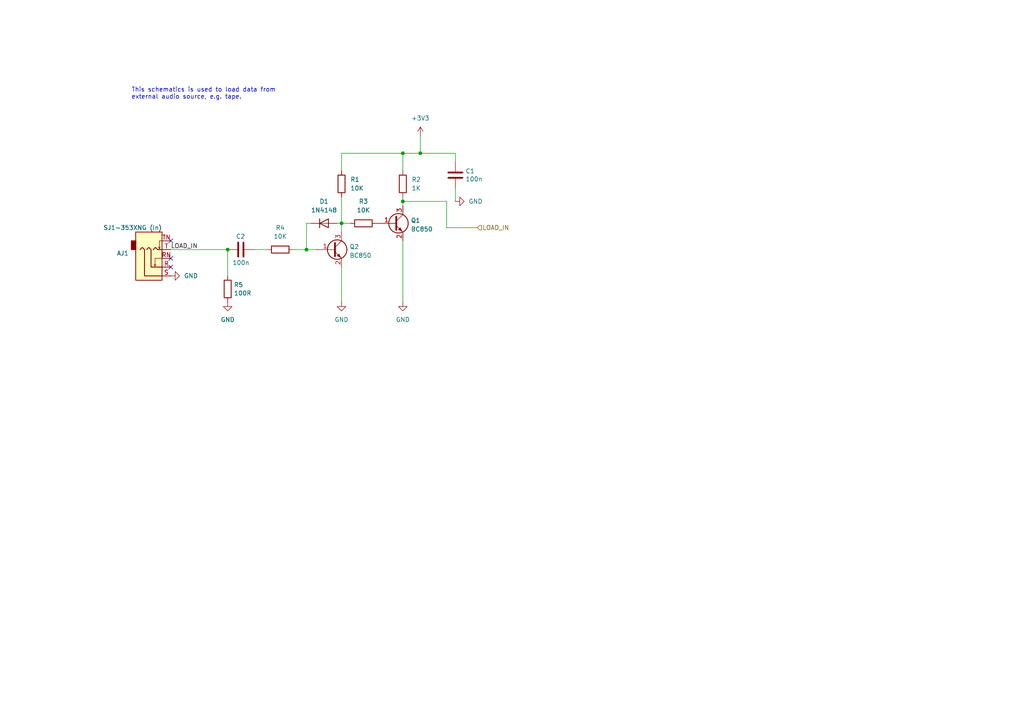
<source format=kicad_sch>
(kicad_sch (version 20231120) (generator "eeschema") (generator_version "8.0")
  (paper "A4")
  (title_block (title "TurboFRANK") (date "2025-01-28") (rev "1.0") (company "Mikhail Matveev") (comment 1 "https://github.com/xtremespb/frank"))
  (lib_symbols
    (symbol "Device:C" (pin_numbers hide) (pin_names (offset 0.254))
      (property "Reference" "C" (at 0.635 2.54 0))
      (property "Value" "C" (at 0.635 -2.54 0))
      (symbol "C_0_1"
        (polyline (pts (xy -2.032 -0.762) (xy 2.032 -0.762)) (stroke (width 0.508)))
        (polyline (pts (xy -2.032 0.762) (xy 2.032 0.762)) (stroke (width 0.508)))
      )
      (symbol "C_1_1"
        (pin passive line (at 0 3.81 270) (length 2.794) (name "~") (number "1"))
        (pin passive line (at 0 -3.81 90) (length 2.794) (name "~") (number "2"))
      )
    )
    (symbol "Device:D" (pin_numbers hide) (pin_names (offset 1.016) hide)
      (property "Reference" "D" (at 0 2.54 0))
      (property "Value" "D" (at 0 -2.54 0))
      (symbol "D_0_1"
        (polyline (pts (xy -1.27 1.27) (xy -1.27 -1.27)) (stroke (width 0.254)))
        (polyline (pts (xy 1.27 0) (xy -1.27 0)))
        (polyline (pts (xy 1.27 1.27) (xy 1.27 -1.27) (xy -1.27 0) (xy 1.27 1.27)) (stroke (width 0.254)))
      )
      (symbol "D_1_1"
        (pin passive line (at -3.81 0 0) (length 2.54) (name "K") (number "1"))
        (pin passive line (at 3.81 0 180) (length 2.54) (name "A") (number "2"))
      )
    )
    (symbol "Device:R" (pin_numbers hide) (pin_names (offset 0))
      (property "Reference" "R" (at 2.032 0 90))
      (property "Value" "R" (at 0 0 90))
      (symbol "R_0_1"
        (rectangle (start -1.016 -2.54) (end 1.016 2.54) (stroke (width 0.254)))
      )
      (symbol "R_1_1"
        (pin passive line (at 0 3.81 270) (length 1.27) (name "~") (number "1"))
        (pin passive line (at 0 -3.81 90) (length 1.27) (name "~") (number "2"))
      )
    )
    (symbol "FRANK:AudioJack_3.5mm"
      (property "Reference" "AJ2" (at -7.1119 -4.0097 0))
      (symbol "AudioJack_3.5mm_0_1"
        (rectangle (start -5.08 -5.08) (end -6.35 -7.62) (stroke (width 0.254)) (fill (type outline)))
        (polyline (pts (xy 0.508 -0.254) (xy 0.762 -0.762)))
        (polyline (pts (xy 1.778 -5.334) (xy 2.032 -5.842)))
        (polyline (pts (xy 0 -5.08) (xy 0.635 -5.715) (xy 1.27 -5.08) (xy 2.54 -5.08)) (stroke (width 0.254)))
        (polyline (pts (xy 2.54 -7.62) (xy 1.778 -7.62) (xy 1.778 -5.334) (xy 1.524 -5.842)))
        (polyline (pts (xy 2.54 -2.54) (xy 0.508 -2.54) (xy 0.508 -0.254) (xy 0.254 -0.762)))
        (polyline (pts (xy -1.905 -5.08) (xy -1.27 -5.715) (xy -0.635 -5.08) (xy -0.635 0) (xy 2.54 0)) (stroke (width 0.254)))
        (polyline (pts (xy 2.54 2.54) (xy -2.54 2.54) (xy -2.54 -5.08) (xy -3.175 -5.715) (xy -3.81 -5.08)) (stroke (width 0.254)))
        (rectangle (start 2.54 3.81) (end -5.08 -10.16) (stroke (width 0.254)) (fill (type background)))
      )
      (symbol "AudioJack_3.5mm_1_1"
        (pin passive line (at 5.08 0 180) (length 2.54) (name "~") (number "R"))
        (pin passive line (at 5.08 -2.54 180) (length 2.54) (name "~") (number "RN"))
        (pin passive line (at 5.08 2.54 180) (length 2.54) (name "~") (number "S"))
        (pin passive line (at 5.08 -5.08 180) (length 2.54) (name "~") (number "T"))
        (pin passive line (at 5.08 -7.62 180) (length 2.54) (name "~") (number "TN"))
      )
    )
    (symbol "GND_1" (power) (pin_numbers hide) (pin_names (offset 0) hide)
      (property "Value" "GND" (at 0 -3.81 0))
      (symbol "GND_1_0_1"
        (polyline (pts (xy 0 0) (xy 0 -1.27) (xy 1.27 -1.27) (xy 0 -2.54) (xy -1.27 -1.27) (xy 0 -1.27)))
      )
      (symbol "GND_1_1_1"
        (pin power_in line (at 0 0 270) (length 0) (name "~") (number "1"))
      )
    )
    (symbol "GND_2" (power) (pin_numbers hide) (pin_names (offset 0) hide)
      (property "Value" "GND" (at 0 -3.81 0))
      (symbol "GND_2_0_1"
        (polyline (pts (xy 0 0) (xy 0 -1.27) (xy 1.27 -1.27) (xy 0 -2.54) (xy -1.27 -1.27) (xy 0 -1.27)))
      )
      (symbol "GND_2_1_1"
        (pin power_in line (at 0 0 270) (length 0) (name "~") (number "1"))
      )
    )
    (symbol "GND_3" (power) (pin_numbers hide) (pin_names (offset 0) hide)
      (property "Value" "GND" (at 0 -3.81 0))
      (symbol "GND_3_0_1"
        (polyline (pts (xy 0 0) (xy 0 -1.27) (xy 1.27 -1.27) (xy 0 -2.54) (xy -1.27 -1.27) (xy 0 -1.27)))
      )
      (symbol "GND_3_1_1"
        (pin power_in line (at 0 0 270) (length 0) (name "~") (number "1"))
      )
    )
    (symbol "GND_4" (power) (pin_numbers hide) (pin_names (offset 0) hide)
      (property "Value" "GND" (at 0 -3.81 0))
      (symbol "GND_4_0_1"
        (polyline (pts (xy 0 0) (xy 0 -1.27) (xy 1.27 -1.27) (xy 0 -2.54) (xy -1.27 -1.27) (xy 0 -1.27)))
      )
      (symbol "GND_4_1_1"
        (pin power_in line (at 0 0 270) (length 0) (name "~") (number "1"))
      )
    )
    (symbol "Transistor_BJT:BC850" (pin_names (offset 0) hide)
      (property "Reference" "Q" (at 5.08 1.905 0))
      (property "Value" "BC850" (at 5.08 0 0))
      (symbol "BC850_0_1"
        (polyline (pts (xy 0.635 0.635) (xy 2.54 2.54)))
        (polyline (pts (xy 0.635 -0.635) (xy 2.54 -2.54) (xy 2.54 -2.54)))
        (polyline (pts (xy 0.635 1.905) (xy 0.635 -1.905) (xy 0.635 -1.905)) (stroke (width 0.508)))
        (polyline (pts (xy 1.27 -1.778) (xy 1.778 -1.27) (xy 2.286 -2.286) (xy 1.27 -1.778) (xy 1.27 -1.778)) (fill (type outline)))
        (circle (center 1.27 0) (radius 2.8194) (stroke (width 0.254)))
      )
      (symbol "BC850_1_1"
        (pin input line (at -5.08 0 0) (length 5.715) (name "B") (number "1"))
        (pin passive line (at 2.54 -5.08 90) (length 2.54) (name "E") (number "2"))
        (pin passive line (at 2.54 5.08 270) (length 2.54) (name "C") (number "3"))
      )
    )
    (symbol "power:+3V3" (power) (pin_numbers hide) (pin_names (offset 0) hide)
      (property "Value" "+3V3" (at 0 3.556 0))
      (symbol "+3V3_0_1"
        (polyline (pts (xy -0.762 1.27) (xy 0 2.54)))
        (polyline (pts (xy 0 0) (xy 0 2.54)))
        (polyline (pts (xy 0 2.54) (xy 0.762 1.27)))
      )
      (symbol "+3V3_1_1"
        (pin power_in line (at 0 0 90) (length 0) (name "~") (number "1"))
      )
    )
    (symbol "power:GND" (power) (pin_numbers hide) (pin_names (offset 0) hide)
      (property "Value" "GND" (at 0 -3.81 0))
      (symbol "GND_0_1"
        (polyline (pts (xy 0 0) (xy 0 -1.27) (xy 1.27 -1.27) (xy 0 -2.54) (xy -1.27 -1.27) (xy 0 -1.27)))
      )
      (symbol "GND_1_1"
        (pin power_in line (at 0 0 270) (length 0) (name "~") (number "1"))
      )
    )
  )
  (junction (at 116.84 58.42))
  (junction (at 88.9 72.39))
  (junction (at 66.04 72.39))
  (junction (at 99.06 64.77))
  (junction (at 121.92 44.45))
  (junction (at 116.84 44.45))
  (no_connect (at 49.53 69.85))
  (no_connect (at 49.53 74.93))
  (no_connect (at 49.53 77.47))
  (wire (pts (xy 116.84 58.42) (xy 129.54 58.42)))
  (wire (pts (xy 99.06 64.77) (xy 99.06 67.31)))
  (wire (pts (xy 85.09 72.39) (xy 88.9 72.39)))
  (wire (pts (xy 121.92 44.45) (xy 132.08 44.45)))
  (wire (pts (xy 129.54 58.42) (xy 129.54 66.04)))
  (wire (pts (xy 97.79 64.77) (xy 99.06 64.77)))
  (wire (pts (xy 88.9 72.39) (xy 91.44 72.39)))
  (wire (pts (xy 116.84 58.42) (xy 116.84 59.69)))
  (wire (pts (xy 90.17 64.77) (xy 88.9 64.77)))
  (wire (pts (xy 129.54 66.04) (xy 138.43 66.04)))
  (wire (pts (xy 88.9 64.77) (xy 88.9 72.39)))
  (wire (pts (xy 73.66 72.39) (xy 77.47 72.39)))
  (wire (pts (xy 116.84 44.45) (xy 121.92 44.45)))
  (wire (pts (xy 99.06 77.47) (xy 99.06 87.63)))
  (wire (pts (xy 116.84 44.45) (xy 116.84 49.53)))
  (wire (pts (xy 99.06 44.45) (xy 99.06 49.53)))
  (wire (pts (xy 121.92 39.37) (xy 121.92 44.45)))
  (wire (pts (xy 116.84 69.85) (xy 116.84 87.63)))
  (wire (pts (xy 132.08 54.61) (xy 132.08 58.42)))
  (wire (pts (xy 99.06 44.45) (xy 116.84 44.45)))
  (wire (pts (xy 132.08 44.45) (xy 132.08 46.99)))
  (wire (pts (xy 49.53 72.39) (xy 66.04 72.39)))
  (wire (pts (xy 99.06 57.15) (xy 99.06 64.77)))
  (wire (pts (xy 116.84 57.15) (xy 116.84 58.42)))
  (wire (pts (xy 66.04 72.39) (xy 66.04 80.01)))
  (wire (pts (xy 99.06 64.77) (xy 101.6 64.77)))
  (text "This schematics is used to load data from\nexternal audio source, e.g. tape." (at 38.1 27.178 0) (effects (font (size 1.27 1.27)) (justify left)))
  (label "LOAD_IN" (at 49.53 72.39 0))
  (hierarchical_label "LOAD_IN" (shape input) (at 138.43 66.04 0))
  (symbol (lib_id "Device:D") (at 93.98 64.77 0) (unit 1)
    (property "Reference" "D1" (at 93.98 58.42 0))
    (property "Value" "1N4148" (at 93.98 60.96 0))
    (property "Footprint" "FRANK:Diode (SOD-323)" (effects (hide yes)))
    (property "Datasheet" "https://www.vishay.com/docs/40002/293d.pdf" (effects (hide yes)))
    (property "Description" "Diode" (effects (hide yes)))
    (property "Sim.Device" "D" (effects (hide yes)))
    (property "Sim.Pins" "1=K 2=A" (effects (hide yes)))
    (property "AliExpress" "https://www.aliexpress.com/item/1005005707644429.html" (effects (hide yes)))
    (instances (project "" (path "" (reference "D1") (unit 1))) (project "" (path "" (reference "D11") (unit 1))))
  )
  (symbol (lib_name "GND_2") (lib_id "power:GND") (at 99.06 87.63 0) (unit 1)
    (property "Reference" "#PWR07" (effects (hide yes)))
    (property "Value" "GND" (at 99.06 92.71 0))
    (property "Description" "Power symbol creates a global label with name \"GND\" , ground" (effects (hide yes)))
    (instances (project "" (path "" (reference "#PWR07") (unit 1))) (project "" (path "" (reference "#PWR080") (unit 1))))
  )
  (symbol (lib_id "Device:R") (at 105.41 64.77 90) (unit 1)
    (property "Reference" "R3" (at 105.41 58.42 90))
    (property "Value" "10K" (at 105.41 60.96 90))
    (property "Footprint" "FRANK:Resistor (0805)" (effects (hide yes)))
    (property "Datasheet" "https://www.vishay.com/docs/28952/mcs0402at-mct0603at-mcu0805at-mca1206at.pdf" (effects (hide yes)))
    (property "AliExpress" "https://www.aliexpress.com/item/1005005945735199.html" (effects (hide yes)))
    (instances (project "38NJU24" (path "" (reference "R3") (unit 1))) (project "38NJU24" (path "" (reference "R79") (unit 1))))
  )
  (symbol (lib_id "power:GND") (at 66.04 87.63 0) (unit 1)
    (property "Reference" "#PWR06" (effects (hide yes)))
    (property "Value" "GND" (at 66.04 92.71 0))
    (property "Description" "Power symbol creates a global label with name \"GND\" , ground" (effects (hide yes)))
    (instances (project "" (path "" (reference "#PWR06") (unit 1))) (project "" (path "" (reference "#PWR079") (unit 1))))
  )
  (symbol (lib_id "Device:R") (at 116.84 53.34 0) (unit 1)
    (property "Reference" "R2" (at 119.38 52.0699 0) (effects (justify left)))
    (property "Value" "1K" (at 119.38 54.6099 0) (effects (justify left)))
    (property "Footprint" "FRANK:Resistor (0805)" (effects (hide yes)))
    (property "Datasheet" "https://www.vishay.com/docs/28952/mcs0402at-mct0603at-mcu0805at-mca1206at.pdf" (effects (hide yes)))
    (property "AliExpress" "https://www.aliexpress.com/item/1005005945735199.html" (effects (hide yes)))
    (instances (project "38NJU24" (path "" (reference "R2") (unit 1))) (project "38NJU24" (path "" (reference "R78") (unit 1))))
  )
  (symbol (lib_id "FRANK:AudioJack_3.5mm") (at 44.45 77.47 0) (mirror x) (unit 1)
    (property "Reference" "AJ1" (at 37.3381 73.4603 0) (effects (justify right)))
    (property "Value" "SJ1-353XNG (In)" (at 46.99 66.04 0) (effects (justify right)))
    (property "Footprint" "FRANK:Jack (3.5mm)" (effects (hide yes)))
    (property "Datasheet" "https://eu.mouser.com/datasheet/2/1628/sj1_353xng-3511142.pdf" (effects (hide yes)))
    (property "Description" "Audio Jack, 3 Poles (Stereo / TRS), Switched TR Poles (Normalling)" (effects (hide yes)))
    (property "AliExpress" "https://www.aliexpress.com/item/1005006710837751.html" (effects (hide yes)))
    (instances (project "38NJU24" (path "" (reference "AJ1") (unit 1))) (project "38NJU24" (path "" (reference "AJ2") (unit 1))))
  )
  (symbol (lib_id "Device:C") (at 69.85 72.39 90) (unit 1)
    (property "Reference" "C2" (at 71.12 68.58 90) (effects (justify left)))
    (property "Value" "100n" (at 72.39 76.2 90) (effects (justify left)))
    (property "Footprint" "FRANK:Capacitor (0805)" (effects (hide yes)))
    (property "Datasheet" "https://eu.mouser.com/datasheet/2/447/KEM_C1075_X7R_HT_SMD-3316221.pdf" (effects (hide yes)))
    (property "AliExpress" "https://www.aliexpress.com/item/33008008276.html" (effects (hide yes)))
    (instances (project "38NJU24" (path "" (reference "C2") (unit 1))) (project "38NJU24" (path "" (reference "C29") (unit 1))))
  )
  (symbol (lib_name "GND_1") (lib_id "power:GND") (at 49.53 80.01 90) (unit 1)
    (property "Reference" "#PWR05" (effects (hide yes)))
    (property "Value" "GND" (at 53.34 80.0099 90) (effects (justify right)))
    (property "Description" "Power symbol creates a global label with name \"GND\" , ground" (effects (hide yes)))
    (instances (project "" (path "" (reference "#PWR05") (unit 1))) (project "" (path "" (reference "#PWR078") (unit 1))))
  )
  (symbol (lib_id "Device:R") (at 81.28 72.39 90) (unit 1)
    (property "Reference" "R4" (at 81.28 66.04 90))
    (property "Value" "10K" (at 81.28 68.58 90))
    (property "Footprint" "FRANK:Resistor (0805)" (effects (hide yes)))
    (property "Datasheet" "https://www.vishay.com/docs/28952/mcs0402at-mct0603at-mcu0805at-mca1206at.pdf" (effects (hide yes)))
    (property "AliExpress" "https://www.aliexpress.com/item/1005005945735199.html" (effects (hide yes)))
    (instances (project "38NJU24" (path "" (reference "R4") (unit 1))) (project "38NJU24" (path "" (reference "R80") (unit 1))))
  )
  (symbol (lib_name "GND_4") (lib_id "power:GND") (at 132.08 58.42 90) (unit 1)
    (property "Reference" "#PWR04" (effects (hide yes)))
    (property "Value" "GND" (at 135.89 58.4199 90) (effects (justify right)))
    (property "Description" "Power symbol creates a global label with name \"GND\" , ground" (effects (hide yes)))
    (instances (project "" (path "" (reference "#PWR04") (unit 1))) (project "" (path "" (reference "#PWR077") (unit 1))))
  )
  (symbol (lib_name "GND_3") (lib_id "power:GND") (at 116.84 87.63 0) (unit 1)
    (property "Reference" "#PWR08" (effects (hide yes)))
    (property "Value" "GND" (at 116.84 92.71 0))
    (property "Description" "Power symbol creates a global label with name \"GND\" , ground" (effects (hide yes)))
    (instances (project "" (path "" (reference "#PWR08") (unit 1))) (project "" (path "" (reference "#PWR081") (unit 1))))
  )
  (symbol (lib_id "power:+3V3") (at 121.92 39.37 0) (unit 1)
    (property "Reference" "#PWR03" (effects (hide yes)))
    (property "Value" "+3V3" (at 121.92 34.29 0))
    (property "Description" "Power symbol creates a global label with name \"+3V3\"" (effects (hide yes)))
    (instances (project "" (path "" (reference "#PWR03") (unit 1))) (project "" (path "" (reference "#PWR076") (unit 1))))
  )
  (symbol (lib_id "Device:C") (at 132.08 50.8 0) (unit 1)
    (property "Reference" "C1" (at 135.001 49.6316 0) (effects (justify left)))
    (property "Value" "100n" (at 135.001 51.943 0) (effects (justify left)))
    (property "Footprint" "FRANK:Capacitor (0805)" (effects (hide yes)))
    (property "Datasheet" "https://eu.mouser.com/datasheet/2/447/KEM_C1075_X7R_HT_SMD-3316221.pdf" (effects (hide yes)))
    (property "AliExpress" "https://www.aliexpress.com/item/33008008276.html" (effects (hide yes)))
    (instances (project "38NJU24" (path "" (reference "C1") (unit 1))) (project "38NJU24" (path "" (reference "C28") (unit 1))))
  )
  (symbol (lib_id "Device:R") (at 66.04 83.82 0) (unit 1)
    (property "Reference" "R5" (at 67.818 82.6078 0) (effects (justify left)))
    (property "Value" "100R" (at 67.818 85.0321 0) (effects (justify left)))
    (property "Footprint" "FRANK:Resistor (0805)" (effects (hide yes)))
    (property "Datasheet" "https://www.vishay.com/docs/28952/mcs0402at-mct0603at-mcu0805at-mca1206at.pdf" (effects (hide yes)))
    (property "AliExpress" "https://www.aliexpress.com/item/1005005945735199.html" (effects (hide yes)))
    (instances (project "38NJU24" (path "" (reference "R5") (unit 1))) (project "38NJU24" (path "" (reference "R81") (unit 1))))
  )
  (symbol (lib_id "Transistor_BJT:BC850") (at 96.52 72.39 0) (unit 1)
    (property "Reference" "Q2" (at 101.3714 71.5553 0) (effects (justify left)))
    (property "Value" "BC850" (at 101.3714 74.0922 0) (effects (justify left)))
    (property "Footprint" "FRANK:SOT-23" (effects (hide yes)))
    (property "Datasheet" "http://www.infineon.com/dgdl/Infineon-BC847SERIES_BC848SERIES_BC849SERIES_BC850SERIES-DS-v01_01-en.pdf?fileId=db3a304314dca389011541d4630a1657" (effects (hide yes)))
    (property "AliExpress" "https://www.aliexpress.com/item/33017911878.html" (effects (hide yes)))
    (instances (project "38NJU24" (path "" (reference "Q2") (unit 1))) (project "38NJU24" (path "" (reference "Q3") (unit 1))))
  )
  (symbol (lib_id "Device:R") (at 99.06 53.34 0) (unit 1)
    (property "Reference" "R1" (at 101.6 52.0699 0) (effects (justify left)))
    (property "Value" "10K" (at 101.6 54.6099 0) (effects (justify left)))
    (property "Footprint" "FRANK:Resistor (0805)" (effects (hide yes)))
    (property "Datasheet" "https://www.vishay.com/docs/28952/mcs0402at-mct0603at-mcu0805at-mca1206at.pdf" (effects (hide yes)))
    (property "AliExpress" "https://www.aliexpress.com/item/1005005945735199.html" (effects (hide yes)))
    (instances (project "38NJU24" (path "" (reference "R1") (unit 1))) (project "38NJU24" (path "" (reference "R77") (unit 1))))
  )
  (symbol (lib_id "Transistor_BJT:BC850") (at 114.3 64.77 0) (unit 1)
    (property "Reference" "Q1" (at 119.1514 63.9353 0) (effects (justify left)))
    (property "Value" "BC850" (at 119.1514 66.4722 0) (effects (justify left)))
    (property "Footprint" "FRANK:SOT-23" (effects (hide yes)))
    (property "Datasheet" "http://www.infineon.com/dgdl/Infineon-BC847SERIES_BC848SERIES_BC849SERIES_BC850SERIES-DS-v01_01-en.pdf?fileId=db3a304314dca389011541d4630a1657" (effects (hide yes)))
    (property "AliExpress" "https://www.aliexpress.com/item/33017911878.html" (effects (hide yes)))
    (instances (project "38NJU24" (path "" (reference "Q1") (unit 1))) (project "38NJU24" (path "" (reference "Q2") (unit 1))))
  )
)
</source>
